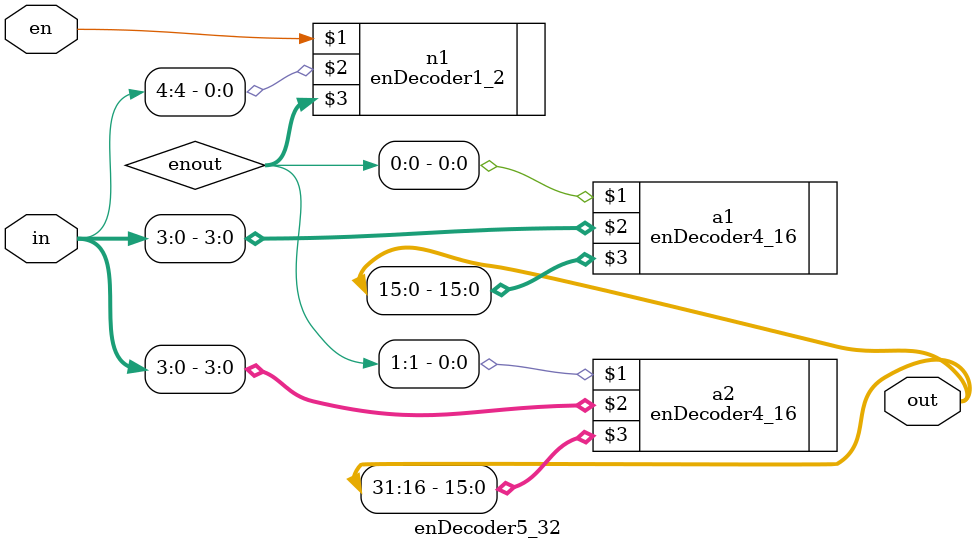
<source format=sv>
`timescale 1 ps / 100 fs

module enDecoder5_32(en,in,out);
	input logic en;
	input logic [4:0]in;
	output logic [31:0]out;
	
	logic [1:0]enout;
	enDecoder1_2 n1(en,in[4],enout);
	
	enDecoder4_16 a1(enout[0],in[3:0],out[15:0]);
	enDecoder4_16 a2(enout[1],in[3:0],out[31:16]);
	
endmodule
</source>
